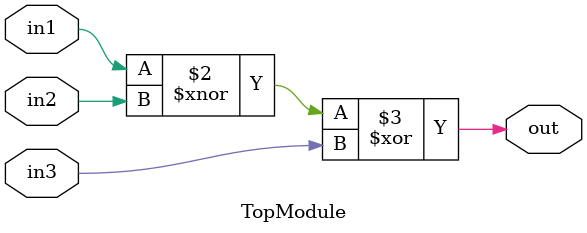
<source format=sv>

module TopModule (
  input in1,
  input in2,
  input in3,
  output logic out
);
always @(*) begin
    out = (in1 ~^ in2) ^ in3;
end
endmodule

</source>
